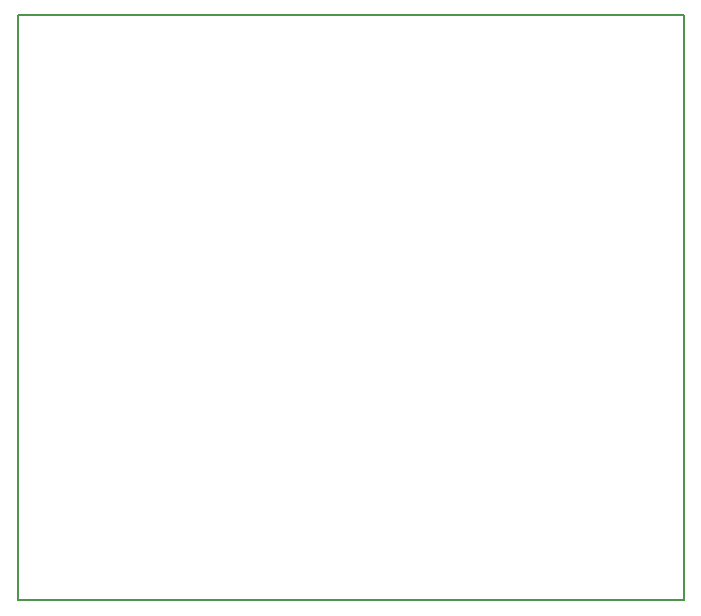
<source format=gbr>
G04 #@! TF.GenerationSoftware,KiCad,Pcbnew,5.0.2-bee76a0~70~ubuntu18.04.1*
G04 #@! TF.CreationDate,2019-09-27T11:54:25+02:00*
G04 #@! TF.ProjectId,Radiateur wemos,52616469-6174-4657-9572-2077656d6f73,rev?*
G04 #@! TF.SameCoordinates,Original*
G04 #@! TF.FileFunction,Profile,NP*
%FSLAX46Y46*%
G04 Gerber Fmt 4.6, Leading zero omitted, Abs format (unit mm)*
G04 Created by KiCad (PCBNEW 5.0.2-bee76a0~70~ubuntu18.04.1) date ven. 27 sept. 2019 11:54:25 CEST*
%MOMM*%
%LPD*%
G01*
G04 APERTURE LIST*
%ADD10C,0.150000*%
G04 APERTURE END LIST*
D10*
X80010000Y-113284000D02*
X80010000Y-63754000D01*
X136398000Y-113284000D02*
X80010000Y-113284000D01*
X136398000Y-63754000D02*
X136398000Y-113284000D01*
X80010000Y-63754000D02*
X136398000Y-63754000D01*
M02*

</source>
